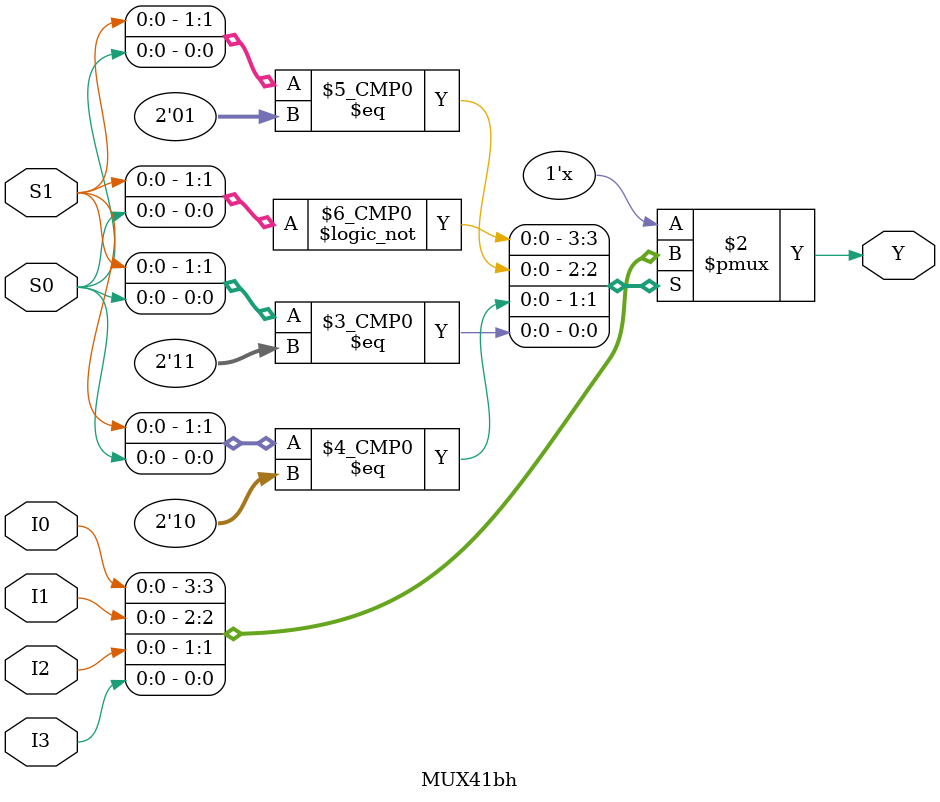
<source format=v>
module MUX41bh(Y,I0,I1,I2,I3,S0,S1);
input I0,I1,I2,I3,S0,S1;
output Y;
reg Y;

always @ (I0, I1, I2, I3, S0, S1)
begin
case({S1,S0})
2'b00: Y= I0;
2'b01: Y= I1;
2'b10: Y= I2;
2'b11: Y= I3;
endcase
end
endmodule
</source>
